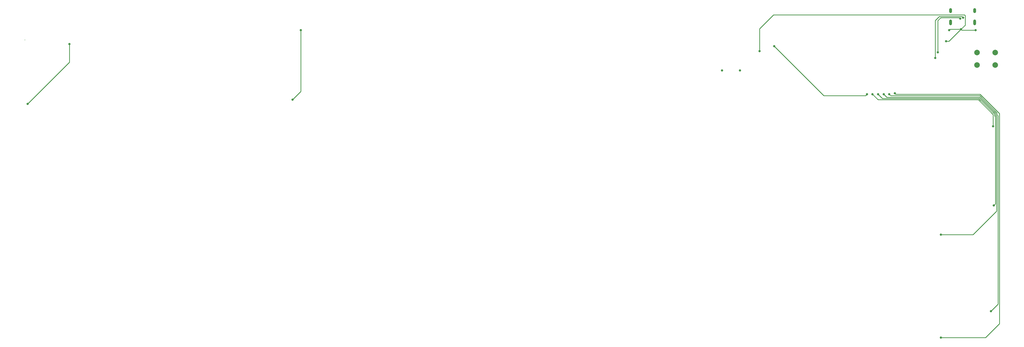
<source format=gbr>
%TF.GenerationSoftware,KiCad,Pcbnew,8.0.5*%
%TF.CreationDate,2024-11-10T16:14:26+11:00*%
%TF.ProjectId,keyboard,6b657962-6f61-4726-942e-6b696361645f,rev?*%
%TF.SameCoordinates,Original*%
%TF.FileFunction,Copper,L4,Inr*%
%TF.FilePolarity,Positive*%
%FSLAX46Y46*%
G04 Gerber Fmt 4.6, Leading zero omitted, Abs format (unit mm)*
G04 Created by KiCad (PCBNEW 8.0.5) date 2024-11-10 16:14:26*
%MOMM*%
%LPD*%
G01*
G04 APERTURE LIST*
%TA.AperFunction,ComponentPad*%
%ADD10C,2.000000*%
%TD*%
%TA.AperFunction,ComponentPad*%
%ADD11O,1.000000X1.800000*%
%TD*%
%TA.AperFunction,ComponentPad*%
%ADD12O,1.000000X2.100000*%
%TD*%
%TA.AperFunction,ViaPad*%
%ADD13C,0.800000*%
%TD*%
%TA.AperFunction,Conductor*%
%ADD14C,0.250000*%
%TD*%
G04 APERTURE END LIST*
D10*
%TO.N,GND*%
%TO.C,SW1*%
X391500000Y-36500000D03*
X385000000Y-36500000D03*
%TO.N,Net-(U1-BOOTSEL)*%
X391500000Y-41000000D03*
X385000000Y-41000000D03*
%TD*%
D11*
%TO.N,unconnected-(J1-SHIELD-PadS1)_3*%
%TO.C,J1*%
X375500000Y-21500000D03*
D12*
%TO.N,unconnected-(J1-SHIELD-PadS1)_1*%
X375500000Y-25700000D03*
D11*
%TO.N,unconnected-(J1-SHIELD-PadS1)_2*%
X384140000Y-21500000D03*
D12*
%TO.N,unconnected-(J1-SHIELD-PadS1)*%
X384140000Y-25700000D03*
%TD*%
D13*
%TO.N,col1*%
X59500000Y-33500000D03*
X44500000Y-55000000D03*
%TO.N,col6*%
X142500000Y-28500000D03*
X139500000Y-53500000D03*
%TO.N,row0*%
X312249991Y-34249991D03*
X345500000Y-51500000D03*
%TO.N,row1*%
X390775000Y-63000000D03*
X347500000Y-51500000D03*
%TO.N,row2*%
X391000000Y-91500000D03*
X349500000Y-51500000D03*
%TO.N,row3*%
X351500000Y-51500000D03*
X372000000Y-102000000D03*
%TO.N,row4*%
X353500000Y-51500000D03*
X390000000Y-129500000D03*
%TO.N,row5*%
X372000000Y-139000000D03*
X355500000Y-51225000D03*
%TO.N,LED_GND*%
X300000000Y-43000000D03*
%TO.N,LED_PWR*%
X293500000Y-43000000D03*
%TO.N,+5V *%
X375000000Y-28500000D03*
X373900000Y-32500000D03*
X384500000Y-28500000D03*
X379250035Y-28180510D03*
X307000000Y-35999996D03*
%TO.N,Net-(U1-USB_D+)*%
X370000000Y-38500000D03*
X380000000Y-24000000D03*
%TO.N,Net-(U1-USB_D-)*%
X370951987Y-36451997D03*
X378951992Y-24325000D03*
%TD*%
D14*
%TO.N,col1*%
X59500000Y-40000000D02*
X44500000Y-55000000D01*
X59500000Y-33500000D02*
X59500000Y-40000000D01*
%TO.N,col6*%
X142500000Y-50500000D02*
X139500000Y-53500000D01*
X142500000Y-28500000D02*
X142500000Y-50500000D01*
%TO.N,row0*%
X330000000Y-52000000D02*
X312249991Y-34249991D01*
X345000000Y-52000000D02*
X330000000Y-52000000D01*
X345500000Y-51500000D02*
X345000000Y-52000000D01*
%TO.N,row1*%
X349500000Y-53500000D02*
X385500000Y-53500000D01*
X390775000Y-58775000D02*
X390775000Y-63000000D01*
X385500000Y-53500000D02*
X390775000Y-58775000D01*
X347500000Y-51500000D02*
X349500000Y-53500000D01*
%TO.N,row2*%
X391225000Y-58588604D02*
X391225000Y-59225000D01*
X351050000Y-53050000D02*
X385686396Y-53050000D01*
X391550000Y-90950000D02*
X391000000Y-91500000D01*
X391550000Y-59550000D02*
X391550000Y-90950000D01*
X349500000Y-51500000D02*
X351050000Y-53050000D01*
X385686396Y-53050000D02*
X391225000Y-58588604D01*
X391225000Y-59225000D02*
X391550000Y-59550000D01*
%TO.N,row3*%
X391675000Y-58402208D02*
X391675000Y-59038604D01*
X391675000Y-59038604D02*
X392000000Y-59363604D01*
X385872792Y-52600000D02*
X391675000Y-58402208D01*
X392000000Y-93500000D02*
X383500000Y-102000000D01*
X352600000Y-52600000D02*
X385872792Y-52600000D01*
X383500000Y-102000000D02*
X372000000Y-102000000D01*
X351500000Y-51500000D02*
X352600000Y-52600000D01*
X392000000Y-59363604D02*
X392000000Y-93500000D01*
%TO.N,row4*%
X353500000Y-51500000D02*
X354050000Y-52050000D01*
X354050000Y-52050000D02*
X385959188Y-52050000D01*
X385959188Y-52050000D02*
X392125000Y-58215812D01*
X392500000Y-59227208D02*
X392500000Y-127000000D01*
X392500000Y-127000000D02*
X390000000Y-129500000D01*
X392125000Y-58852208D02*
X392500000Y-59227208D01*
X392125000Y-58215812D02*
X392125000Y-58852208D01*
%TO.N,row5*%
X388000000Y-139000000D02*
X372000000Y-139000000D01*
X393000000Y-58454416D02*
X393000000Y-134000000D01*
X393000000Y-58454416D02*
X392772792Y-58227208D01*
X393000000Y-134000000D02*
X388000000Y-139000000D01*
X355775000Y-51500000D02*
X386045584Y-51500000D01*
X386045584Y-51500000D02*
X393000000Y-58454416D01*
X355500000Y-51225000D02*
X355775000Y-51500000D01*
%TO.N,+5V *%
X380725000Y-23225000D02*
X380500000Y-23000000D01*
X307000000Y-28000000D02*
X307000000Y-35999996D01*
X379569525Y-28500000D02*
X384500000Y-28500000D01*
X374930545Y-32500000D02*
X379250035Y-28180510D01*
X380500000Y-23000000D02*
X312000000Y-23000000D01*
X379250035Y-28180510D02*
X379569525Y-28500000D01*
X312000000Y-23000000D02*
X307000000Y-28000000D01*
X379250035Y-28180510D02*
X380725000Y-26705545D01*
X373900000Y-32500000D02*
X374930545Y-32500000D01*
X375319490Y-28180510D02*
X375000000Y-28500000D01*
X379250035Y-28180510D02*
X375319490Y-28180510D01*
X380725000Y-26705545D02*
X380725000Y-23225000D01*
%TO.N,GND*%
X43500000Y-31999988D02*
X43499988Y-31999988D01*
%TO.N,Net-(U1-USB_D+)*%
X371450000Y-23550000D02*
X370000000Y-25000000D01*
X380000000Y-24000000D02*
X379550000Y-23550000D01*
X370000000Y-25000000D02*
X370000000Y-38500000D01*
X379550000Y-23550000D02*
X371450000Y-23550000D01*
%TO.N,Net-(U1-USB_D-)*%
X372000000Y-24000000D02*
X378626992Y-24000000D01*
X379000000Y-24099949D02*
X378951992Y-24147957D01*
X378626992Y-24000000D02*
X378951992Y-24325000D01*
X370951987Y-36451997D02*
X370951987Y-25048013D01*
X370951987Y-25048013D02*
X372000000Y-24000000D01*
X378951992Y-24147957D02*
X378951992Y-24325000D01*
%TD*%
M02*

</source>
